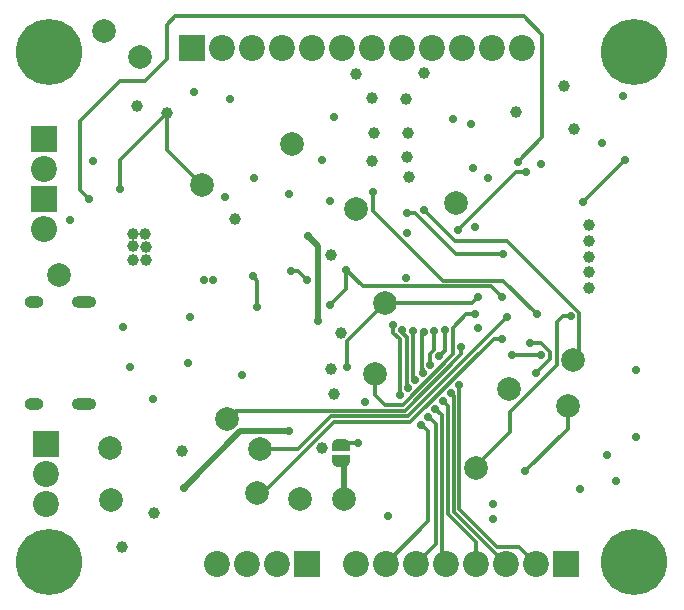
<source format=gbl>
G04 #@! TF.GenerationSoftware,KiCad,Pcbnew,8.0.6*
G04 #@! TF.CreationDate,2024-11-26T20:52:07-08:00*
G04 #@! TF.ProjectId,Constellation Stack V1.1,436f6e73-7465-46c6-9c61-74696f6e2053,rev?*
G04 #@! TF.SameCoordinates,Original*
G04 #@! TF.FileFunction,Copper,L4,Bot*
G04 #@! TF.FilePolarity,Positive*
%FSLAX46Y46*%
G04 Gerber Fmt 4.6, Leading zero omitted, Abs format (unit mm)*
G04 Created by KiCad (PCBNEW 8.0.6) date 2024-11-26 20:52:07*
%MOMM*%
%LPD*%
G01*
G04 APERTURE LIST*
G04 Aperture macros list*
%AMFreePoly0*
4,1,19,0.500000,-0.750000,0.000000,-0.750000,0.000000,-0.744911,-0.071157,-0.744911,-0.207708,-0.704816,-0.327430,-0.627875,-0.420627,-0.520320,-0.479746,-0.390866,-0.500000,-0.250000,-0.500000,0.250000,-0.479746,0.390866,-0.420627,0.520320,-0.327430,0.627875,-0.207708,0.704816,-0.071157,0.744911,0.000000,0.744911,0.000000,0.750000,0.500000,0.750000,0.500000,-0.750000,0.500000,-0.750000,
$1*%
%AMFreePoly1*
4,1,19,0.000000,0.744911,0.071157,0.744911,0.207708,0.704816,0.327430,0.627875,0.420627,0.520320,0.479746,0.390866,0.500000,0.250000,0.500000,-0.250000,0.479746,-0.390866,0.420627,-0.520320,0.327430,-0.627875,0.207708,-0.704816,0.071157,-0.744911,0.000000,-0.744911,0.000000,-0.750000,-0.500000,-0.750000,-0.500000,0.750000,0.000000,0.750000,0.000000,0.744911,0.000000,0.744911,
$1*%
G04 Aperture macros list end*
G04 #@! TA.AperFunction,ComponentPad*
%ADD10C,2.000000*%
G04 #@! TD*
G04 #@! TA.AperFunction,ComponentPad*
%ADD11C,5.600000*%
G04 #@! TD*
G04 #@! TA.AperFunction,ComponentPad*
%ADD12O,2.100000X1.000000*%
G04 #@! TD*
G04 #@! TA.AperFunction,ComponentPad*
%ADD13O,1.600000X1.000000*%
G04 #@! TD*
G04 #@! TA.AperFunction,ComponentPad*
%ADD14O,2.200000X2.200000*%
G04 #@! TD*
G04 #@! TA.AperFunction,ComponentPad*
%ADD15R,2.200000X2.200000*%
G04 #@! TD*
G04 #@! TA.AperFunction,ComponentPad*
%ADD16C,2.200000*%
G04 #@! TD*
G04 #@! TA.AperFunction,SMDPad,CuDef*
%ADD17FreePoly0,90.000000*%
G04 #@! TD*
G04 #@! TA.AperFunction,SMDPad,CuDef*
%ADD18FreePoly1,90.000000*%
G04 #@! TD*
G04 #@! TA.AperFunction,ViaPad*
%ADD19C,0.700000*%
G04 #@! TD*
G04 #@! TA.AperFunction,ViaPad*
%ADD20C,1.000000*%
G04 #@! TD*
G04 #@! TA.AperFunction,Conductor*
%ADD21C,0.300000*%
G04 #@! TD*
G04 #@! TA.AperFunction,Conductor*
%ADD22C,0.500000*%
G04 #@! TD*
G04 APERTURE END LIST*
D10*
X50450000Y-67000000D03*
X54170000Y-67000000D03*
X56810000Y-56400000D03*
X57640000Y-50440000D03*
X34410000Y-67130000D03*
X34370000Y-62680000D03*
X47070000Y-62810000D03*
X44280000Y-60270000D03*
X46810000Y-66500000D03*
X63670000Y-41940000D03*
X65330000Y-64400000D03*
X55190000Y-42440001D03*
X73090000Y-59160000D03*
X73540000Y-55260000D03*
X68090000Y-57670000D03*
X30010000Y-48060000D03*
X49750000Y-36960000D03*
X42160000Y-40440000D03*
X36880000Y-29630000D03*
X33860000Y-27360000D03*
D11*
X29210000Y-29210000D03*
X29210000Y-72390000D03*
D12*
X32120000Y-50350000D03*
D13*
X27940000Y-50350000D03*
D12*
X32120000Y-58990000D03*
D13*
X27940000Y-58990000D03*
D11*
X78740000Y-29210000D03*
X78740000Y-72380000D03*
D14*
X28790000Y-44160000D03*
D15*
X28790000Y-41620000D03*
D16*
X28790000Y-39080000D03*
D15*
X28790000Y-36540000D03*
X41260000Y-28850000D03*
D16*
X43800000Y-28850000D03*
X46340000Y-28850000D03*
X48880000Y-28850000D03*
X51420000Y-28850000D03*
X53960000Y-28850000D03*
X56500000Y-28850000D03*
X59040000Y-28850000D03*
X61580000Y-28850000D03*
X64120000Y-28850000D03*
X66660000Y-28850000D03*
X69200000Y-28850000D03*
D17*
X53890000Y-63777501D03*
D18*
X53890000Y-62477501D03*
D15*
X51050000Y-72520000D03*
D16*
X48510000Y-72520000D03*
X45970000Y-72520000D03*
X43430000Y-72520000D03*
X28910000Y-67460000D03*
X28910000Y-64920000D03*
D15*
X28910000Y-62380000D03*
X72930000Y-72530000D03*
D16*
X70390000Y-72530000D03*
X67850000Y-72530000D03*
X65310000Y-72530000D03*
X62770000Y-72530000D03*
X60230000Y-72530000D03*
X57690000Y-72530000D03*
X55150000Y-72530000D03*
D19*
X52940000Y-50610000D03*
X57900000Y-68480000D03*
X55940000Y-58830000D03*
X51060000Y-48500000D03*
X49630000Y-47680000D03*
D20*
X36619921Y-33780000D03*
D19*
X35210000Y-40800000D03*
X32940000Y-38420000D03*
D20*
X39200000Y-34310000D03*
X56540000Y-38380000D03*
D19*
X44100000Y-41490000D03*
X42320000Y-48480000D03*
X65540000Y-52550000D03*
X76400000Y-63320000D03*
D20*
X74940000Y-46510000D03*
X74940000Y-49160000D03*
D19*
X44480000Y-33140000D03*
D20*
X53280000Y-58170000D03*
X35340000Y-71050000D03*
X52280000Y-62740000D03*
D19*
X52940000Y-41750000D03*
X41490000Y-32569999D03*
X59395450Y-48295318D03*
D20*
X74940000Y-45185000D03*
X56508284Y-33058767D03*
X59609106Y-36054748D03*
X72810000Y-32080000D03*
X59439380Y-33116796D03*
D19*
X65050000Y-39000000D03*
X30930000Y-43390000D03*
X78840000Y-56131251D03*
X36051486Y-55881110D03*
D20*
X68690000Y-34260000D03*
X59640000Y-39800000D03*
D19*
X65260000Y-43989500D03*
X45550000Y-56500000D03*
X41160000Y-51580000D03*
X40980000Y-55517500D03*
X63350000Y-34830000D03*
D20*
X74940000Y-47835000D03*
D19*
X49540000Y-41240000D03*
D20*
X56660000Y-36010000D03*
D19*
X35460000Y-52470000D03*
D20*
X40470000Y-62990000D03*
D19*
X43070000Y-48500000D03*
D20*
X59485500Y-38080000D03*
X53035001Y-46390318D03*
X44910000Y-43300000D03*
X53090000Y-56020000D03*
X55200000Y-31000000D03*
X74940000Y-43860000D03*
D19*
X46499016Y-39880000D03*
D20*
X60920000Y-30990000D03*
D19*
X76000000Y-36840000D03*
D20*
X38050000Y-68250000D03*
X53870000Y-52940000D03*
D19*
X66790000Y-68700000D03*
X53330000Y-34710000D03*
X66350000Y-39850000D03*
X70800000Y-38670000D03*
X64910000Y-35280000D03*
X77790000Y-32909999D03*
X37970000Y-58570000D03*
X78860000Y-61731251D03*
D20*
X73670000Y-35660000D03*
D19*
X59530000Y-44500000D03*
D20*
X37350000Y-44550000D03*
D19*
X74100000Y-66145000D03*
D20*
X37400000Y-45650000D03*
X36300000Y-46750000D03*
X37400000Y-46750000D03*
D19*
X66790000Y-67410000D03*
X52290000Y-38280000D03*
D20*
X36300000Y-45640000D03*
D19*
X77150000Y-65510000D03*
D20*
X36300000Y-44550000D03*
D19*
X69540000Y-39330000D03*
X63790000Y-44230000D03*
X51950000Y-51930000D03*
X49520000Y-61300000D03*
X51120000Y-44760000D03*
X40570000Y-66110000D03*
X54340000Y-47640000D03*
X67530000Y-49920000D03*
X46450000Y-48170000D03*
X46825813Y-50790863D03*
X55310000Y-62320000D03*
X67960000Y-51610000D03*
X32570000Y-41660000D03*
X68850000Y-38480000D03*
X74400000Y-41850000D03*
X77920000Y-38340000D03*
X70410000Y-56360000D03*
X69880189Y-53830567D03*
X70470000Y-51379500D03*
X56640000Y-41010000D03*
X60922500Y-42560000D03*
X59450000Y-42790000D03*
X67650000Y-46270000D03*
X69510000Y-64670000D03*
X73340000Y-51550000D03*
X67570000Y-53441000D03*
X64095628Y-54125628D03*
X54420000Y-55810000D03*
X65520000Y-49900500D03*
X65290000Y-51400000D03*
X68420000Y-54840000D03*
X70850000Y-54840000D03*
X62696128Y-52740000D03*
X63923175Y-57343175D03*
X62225122Y-54941422D03*
X63230500Y-58085837D03*
X61800893Y-52827508D03*
X61464804Y-55701740D03*
X62533774Y-58732575D03*
X60901599Y-52846847D03*
X60828760Y-56337784D03*
X60002191Y-52833788D03*
X60192716Y-56973828D03*
X61897730Y-59368620D03*
X61303671Y-60044045D03*
X59106833Y-52747539D03*
X59556672Y-57609873D03*
X60716198Y-60725206D03*
X58920628Y-58245917D03*
X58338209Y-52280291D03*
D21*
X54340000Y-49210000D02*
X54340000Y-47640000D01*
X52940000Y-50610000D02*
X54340000Y-49210000D01*
X54420000Y-53660000D02*
X57640000Y-50440000D01*
X54420000Y-55810000D02*
X54420000Y-53660000D01*
X61300000Y-68920000D02*
X57690000Y-72530000D01*
X61300000Y-61290000D02*
X61300000Y-68920000D01*
X60735206Y-60725206D02*
X61300000Y-61290000D01*
X60716198Y-60725206D02*
X60735206Y-60725206D01*
X50240000Y-47680000D02*
X51060000Y-48500000D01*
X49630000Y-47680000D02*
X50240000Y-47680000D01*
X31800000Y-40890000D02*
X32570000Y-41660000D01*
X31800000Y-35030000D02*
X31800000Y-40890000D01*
X35190000Y-31640000D02*
X31800000Y-35030000D01*
X39870000Y-26130000D02*
X39140000Y-26860000D01*
X39140000Y-26860000D02*
X39140000Y-29790000D01*
X70960000Y-27700000D02*
X69390000Y-26130000D01*
X37290000Y-31640000D02*
X35190000Y-31640000D01*
X69390000Y-26130000D02*
X39870000Y-26130000D01*
X68850000Y-38480000D02*
X70960000Y-36370000D01*
X39140000Y-29790000D02*
X37290000Y-31640000D01*
X70960000Y-36370000D02*
X70960000Y-27700000D01*
X35210000Y-40800000D02*
X35210000Y-38300000D01*
X35210000Y-38300000D02*
X39200000Y-34310000D01*
X69540000Y-39330000D02*
X68690000Y-39330000D01*
X68690000Y-39330000D02*
X63790000Y-44230000D01*
D22*
X51950000Y-45590000D02*
X51950000Y-51930000D01*
X40570000Y-66060000D02*
X40570000Y-66110000D01*
X49520000Y-61300000D02*
X45330000Y-61300000D01*
X51120000Y-44760000D02*
X51950000Y-45590000D01*
X45330000Y-61300000D02*
X40570000Y-66060000D01*
D21*
X54340000Y-47640000D02*
X55730000Y-49030000D01*
X66640000Y-49030000D02*
X67530000Y-49920000D01*
X55730000Y-49030000D02*
X66640000Y-49030000D01*
D22*
X54170000Y-64057501D02*
X53890000Y-63777501D01*
X54170000Y-67000000D02*
X54170000Y-64057501D01*
D21*
X46825813Y-48545813D02*
X46450000Y-48170000D01*
X46825813Y-50790863D02*
X46825813Y-48545813D01*
X55310000Y-62320000D02*
X54047501Y-62320000D01*
X54047501Y-62320000D02*
X53890000Y-62477501D01*
X50300812Y-62810000D02*
X47070000Y-62810000D01*
X53080811Y-60030000D02*
X50300812Y-62810000D01*
X67960000Y-51610000D02*
X59540000Y-60030000D01*
X59540000Y-60030000D02*
X53080811Y-60030000D01*
X77910000Y-38340000D02*
X77920000Y-38340000D01*
X74400000Y-41850000D02*
X77910000Y-38340000D01*
X62570050Y-48530000D02*
X67620500Y-48530000D01*
X70830517Y-53830567D02*
X71570000Y-54570050D01*
X71570000Y-54570050D02*
X71570000Y-55200000D01*
X56640000Y-41010000D02*
X56640000Y-42599950D01*
X56640000Y-42599950D02*
X62570050Y-48530000D01*
X67620500Y-48530000D02*
X70470000Y-51379500D01*
X71570000Y-55200000D02*
X70410000Y-56360000D01*
X69880189Y-53830567D02*
X70830517Y-53830567D01*
X74040000Y-54760000D02*
X73540000Y-55260000D01*
X63572500Y-45210000D02*
X67989950Y-45210000D01*
X60922500Y-42560000D02*
X63572500Y-45210000D01*
X67989950Y-45210000D02*
X74040000Y-51260050D01*
X74040000Y-51260050D02*
X74040000Y-54760000D01*
X63642550Y-46270000D02*
X67650000Y-46270000D01*
X69510000Y-64670000D02*
X73090000Y-61090000D01*
X59450000Y-42790000D02*
X60162550Y-42790000D01*
X73090000Y-61090000D02*
X73090000Y-59160000D01*
X60162550Y-42790000D02*
X63642550Y-46270000D01*
X73340000Y-51550000D02*
X72670000Y-51550000D01*
X72670000Y-51550000D02*
X72190000Y-52030000D01*
X72190000Y-55660000D02*
X68170000Y-59680000D01*
X68170000Y-59680000D02*
X68170000Y-61350000D01*
X65330000Y-64190000D02*
X65330000Y-64400000D01*
X72190000Y-52030000D02*
X72190000Y-55660000D01*
X68170000Y-61350000D02*
X65330000Y-64190000D01*
X53287918Y-60530000D02*
X47317918Y-66500000D01*
X66836106Y-53441000D02*
X59747106Y-60530000D01*
X59747106Y-60530000D02*
X53287918Y-60530000D01*
X67570000Y-53441000D02*
X66836106Y-53441000D01*
X47317918Y-66500000D02*
X46810000Y-66500000D01*
X64095628Y-54125628D02*
X64095628Y-54767266D01*
X64095628Y-54767266D02*
X59332894Y-59530000D01*
X45020000Y-59530000D02*
X44280000Y-60270000D01*
X59332894Y-59530000D02*
X45020000Y-59530000D01*
X57640000Y-50440000D02*
X64980500Y-50440000D01*
X64980500Y-50440000D02*
X65520000Y-49900500D01*
X57590000Y-59030000D02*
X56810000Y-58250000D01*
X56810000Y-58250000D02*
X56810000Y-56400000D01*
X63395628Y-54760160D02*
X59125788Y-59030000D01*
X59125788Y-59030000D02*
X57590000Y-59030000D01*
X63395628Y-52504372D02*
X63395628Y-54760160D01*
X65290000Y-51400000D02*
X64500000Y-51400000D01*
X64500000Y-51400000D02*
X63395628Y-52504372D01*
X70850000Y-54840000D02*
X68420000Y-54840000D01*
X62225122Y-54941422D02*
X62696128Y-54470416D01*
X62696128Y-54470416D02*
X62696128Y-52740000D01*
X63230500Y-58085837D02*
X63430000Y-58285337D01*
X61464804Y-54712369D02*
X61800893Y-54376280D01*
X61464804Y-55701740D02*
X61464804Y-54712369D01*
X63430000Y-68110000D02*
X67850000Y-72530000D01*
X63430000Y-58285337D02*
X63430000Y-68110000D01*
X61800893Y-54376280D02*
X61800893Y-52827508D01*
X65310000Y-70697106D02*
X65310000Y-72530000D01*
X62533774Y-58732575D02*
X62930000Y-59128801D01*
X60828760Y-56337784D02*
X60828760Y-56055646D01*
X60764804Y-52983642D02*
X60901599Y-52846847D01*
X60828760Y-56055646D02*
X60764804Y-55991690D01*
X62930000Y-68317106D02*
X65310000Y-70697106D01*
X60764804Y-55991690D02*
X60764804Y-52983642D01*
X62930000Y-59128801D02*
X62930000Y-68317106D01*
X60192716Y-56973828D02*
X60002191Y-56783303D01*
X60002191Y-56783303D02*
X60002191Y-52833788D01*
X62430000Y-59900890D02*
X62430000Y-72190000D01*
X62430000Y-72190000D02*
X62770000Y-72530000D01*
X61897730Y-59368620D02*
X62430000Y-59900890D01*
X61930000Y-60670374D02*
X61930000Y-70830000D01*
X59492716Y-53314263D02*
X59106833Y-52928380D01*
X59492716Y-57545917D02*
X59492716Y-53314263D01*
X59556672Y-57609873D02*
X59492716Y-57545917D01*
X61370000Y-60110374D02*
X61930000Y-60670374D01*
X59106833Y-52928380D02*
X59106833Y-52747539D01*
X61930000Y-70830000D02*
X60230000Y-72530000D01*
X58856672Y-58181961D02*
X58856672Y-53487328D01*
X58338209Y-52968865D02*
X58338209Y-52280291D01*
X58920628Y-58245917D02*
X58856672Y-58181961D01*
X58856672Y-53487328D02*
X58338209Y-52968865D01*
X39200000Y-37480000D02*
X42160000Y-40440000D01*
X39200000Y-34310000D02*
X39200000Y-37480000D01*
X67107106Y-71080000D02*
X68940000Y-71080000D01*
X63930000Y-67902894D02*
X67107106Y-71080000D01*
X63930000Y-57350000D02*
X63930000Y-67902894D01*
X63923175Y-57343175D02*
X63930000Y-57350000D01*
X68940000Y-71080000D02*
X70390000Y-72530000D01*
M02*

</source>
